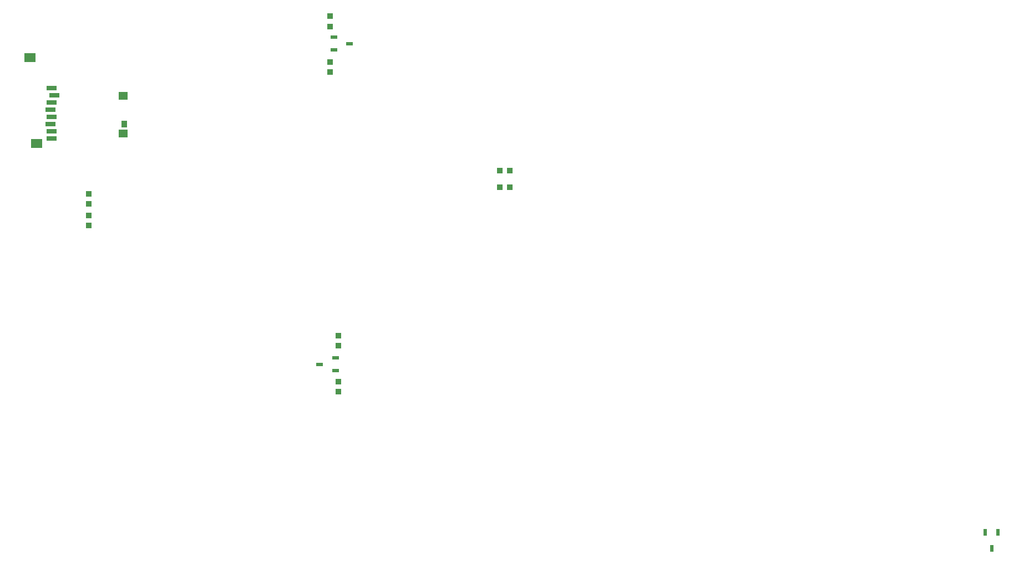
<source format=gbp>
G04*
G04 #@! TF.GenerationSoftware,Altium Limited,Altium Designer,22.10.1 (41)*
G04*
G04 Layer_Color=128*
%FSLAX25Y25*%
%MOIN*%
G70*
G04*
G04 #@! TF.SameCoordinates,F9F3A06B-563E-4FCB-9898-75D578650021*
G04*
G04*
G04 #@! TF.FilePolarity,Positive*
G04*
G01*
G75*
%ADD22R,0.03661X0.03425*%
%ADD29R,0.03425X0.03661*%
%ADD31R,0.02362X0.03937*%
%ADD150R,0.07000X0.05512*%
%ADD151R,0.03937X0.02362*%
%ADD152R,0.05512X0.05118*%
%ADD153R,0.03740X0.03937*%
%ADD154R,0.05906X0.03150*%
D22*
X65000Y296142D02*
D03*
Y290000D02*
D03*
X65063Y283197D02*
D03*
Y277055D02*
D03*
X209937Y369303D02*
D03*
Y375445D02*
D03*
Y396803D02*
D03*
Y402945D02*
D03*
X215063Y210697D02*
D03*
Y204555D02*
D03*
Y183197D02*
D03*
Y177055D02*
D03*
D29*
X318071Y300000D02*
D03*
X311929D02*
D03*
X318071Y310000D02*
D03*
X311929D02*
D03*
D31*
X603760Y92224D02*
D03*
X611240D02*
D03*
X607500Y82776D02*
D03*
D150*
X33737Y326228D02*
D03*
X29800Y378000D02*
D03*
D151*
X213256Y197240D02*
D03*
Y189760D02*
D03*
X203807Y193500D02*
D03*
X212244Y382760D02*
D03*
Y390240D02*
D03*
X221693Y386500D02*
D03*
D152*
X85509Y332528D02*
D03*
Y354969D02*
D03*
D153*
X86395Y338000D02*
D03*
D154*
X42753Y329339D02*
D03*
Y333669D02*
D03*
X41965Y338000D02*
D03*
X42753Y342331D02*
D03*
X41965Y346661D02*
D03*
X42753Y350992D02*
D03*
X44328Y355323D02*
D03*
X42753Y359653D02*
D03*
M02*

</source>
